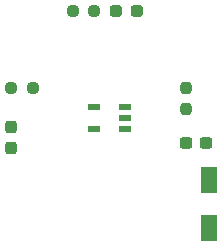
<source format=gbr>
%TF.GenerationSoftware,KiCad,Pcbnew,7.0.9*%
%TF.CreationDate,2023-12-29T11:45:24+09:00*%
%TF.ProjectId,CAT4238_Unit,43415434-3233-4385-9f55-6e69742e6b69,rev?*%
%TF.SameCoordinates,Original*%
%TF.FileFunction,Paste,Top*%
%TF.FilePolarity,Positive*%
%FSLAX46Y46*%
G04 Gerber Fmt 4.6, Leading zero omitted, Abs format (unit mm)*
G04 Created by KiCad (PCBNEW 7.0.9) date 2023-12-29 11:45:24*
%MOMM*%
%LPD*%
G01*
G04 APERTURE LIST*
G04 Aperture macros list*
%AMRoundRect*
0 Rectangle with rounded corners*
0 $1 Rounding radius*
0 $2 $3 $4 $5 $6 $7 $8 $9 X,Y pos of 4 corners*
0 Add a 4 corners polygon primitive as box body*
4,1,4,$2,$3,$4,$5,$6,$7,$8,$9,$2,$3,0*
0 Add four circle primitives for the rounded corners*
1,1,$1+$1,$2,$3*
1,1,$1+$1,$4,$5*
1,1,$1+$1,$6,$7*
1,1,$1+$1,$8,$9*
0 Add four rect primitives between the rounded corners*
20,1,$1+$1,$2,$3,$4,$5,0*
20,1,$1+$1,$4,$5,$6,$7,0*
20,1,$1+$1,$6,$7,$8,$9,0*
20,1,$1+$1,$8,$9,$2,$3,0*%
G04 Aperture macros list end*
%ADD10RoundRect,0.237500X0.237500X-0.300000X0.237500X0.300000X-0.237500X0.300000X-0.237500X-0.300000X0*%
%ADD11R,1.050000X0.550000*%
%ADD12RoundRect,0.237500X0.287500X0.237500X-0.287500X0.237500X-0.287500X-0.237500X0.287500X-0.237500X0*%
%ADD13R,1.450000X2.200000*%
%ADD14RoundRect,0.237500X0.250000X0.237500X-0.250000X0.237500X-0.250000X-0.237500X0.250000X-0.237500X0*%
%ADD15RoundRect,0.237500X0.300000X0.237500X-0.300000X0.237500X-0.300000X-0.237500X0.300000X-0.237500X0*%
%ADD16RoundRect,0.237500X-0.237500X0.250000X-0.237500X-0.250000X0.237500X-0.250000X0.237500X0.250000X0*%
G04 APERTURE END LIST*
D10*
%TO.C,C2*%
X144175000Y-95700000D03*
X144175000Y-93975000D03*
%TD*%
D11*
%TO.C,IC1*%
X153790000Y-94110000D03*
X153790000Y-93160000D03*
X153790000Y-92210000D03*
X151190000Y-92210000D03*
X151190000Y-94110000D03*
%TD*%
D12*
%TO.C,D1*%
X154850000Y-84150000D03*
X153100000Y-84150000D03*
%TD*%
D13*
%TO.C,D2*%
X160900000Y-98400000D03*
X160900000Y-102500000D03*
%TD*%
D14*
%TO.C,R3*%
X151232500Y-84150000D03*
X149407500Y-84150000D03*
%TD*%
%TO.C,R2*%
X146000000Y-90620000D03*
X144175000Y-90620000D03*
%TD*%
D15*
%TO.C,C1*%
X160700000Y-95300000D03*
X158975000Y-95300000D03*
%TD*%
D16*
%TO.C,R1*%
X158975000Y-90625000D03*
X158975000Y-92450000D03*
%TD*%
M02*

</source>
